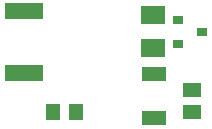
<source format=gbr>
%FSLAX34Y34*%
%MOMM*%
%LNSMDMASK_BOTTOM*%
G71*
G01*
%ADD10R,3.200X1.400*%
%ADD11R,2.000X1.300*%
%ADD12R,1.300X1.400*%
%ADD13R,1.600X1.300*%
%ADD14R,2.000X1.600*%
%ADD15R,0.900X0.800*%
%LPD*%
X18324Y981700D02*
G54D10*
D03*
X18329Y928921D02*
G54D10*
D03*
X128717Y891028D02*
G54D11*
D03*
X128617Y928628D02*
G54D11*
D03*
X62332Y896372D02*
G54D12*
D03*
X43332Y896372D02*
G54D12*
D03*
X160495Y895995D02*
G54D13*
D03*
X160495Y914995D02*
G54D13*
D03*
X127260Y950682D02*
G54D14*
D03*
X127260Y978682D02*
G54D14*
D03*
X148859Y954100D02*
G54D15*
D03*
X148859Y974100D02*
G54D15*
D03*
X168859Y964100D02*
G54D15*
D03*
M02*

</source>
